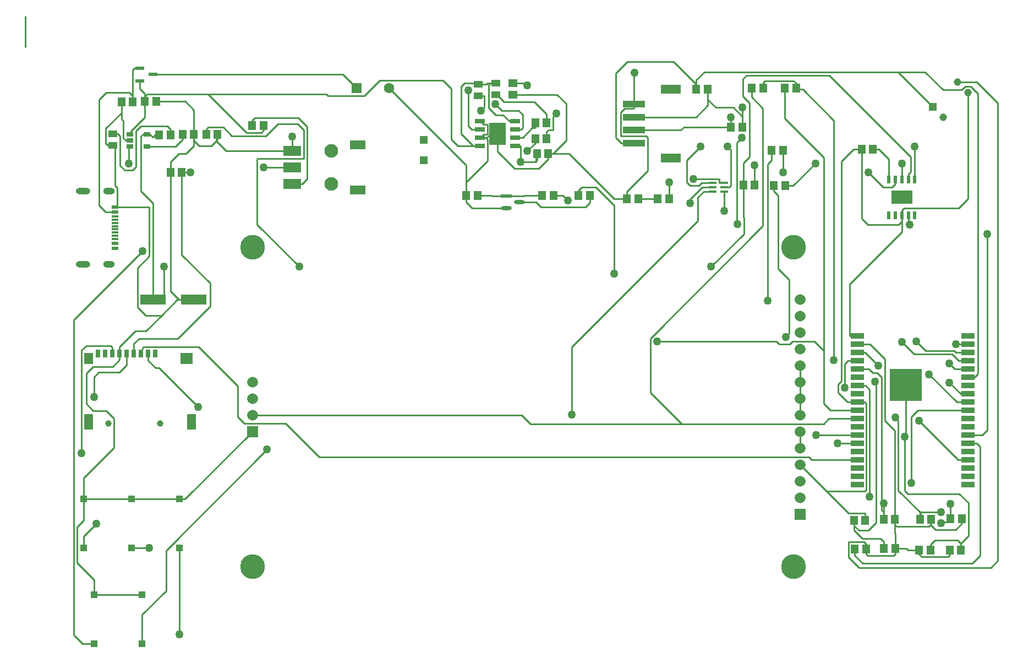
<source format=gtl>
G04*
G04 #@! TF.GenerationSoftware,Altium Limited,Altium Designer,25.6.2 (33)*
G04*
G04 Layer_Physical_Order=1*
G04 Layer_Color=255*
%FSLAX44Y44*%
%MOMM*%
G71*
G04*
G04 #@! TF.SameCoordinates,8FAB441B-F1FE-446A-B751-D3DFCEB5FBC4*
G04*
G04*
G04 #@! TF.FilePolarity,Positive*
G04*
G01*
G75*
%ADD18C,0.2540*%
%ADD33R,4.0000X1.6000*%
%ADD34R,1.0000X0.6600*%
%ADD43R,2.0000X0.9000*%
%ADD44R,5.0000X5.0000*%
G04:AMPARAMS|DCode=47|XSize=1.6571mm|YSize=0.6121mm|CornerRadius=0.3061mm|HoleSize=0mm|Usage=FLASHONLY|Rotation=0.000|XOffset=0mm|YOffset=0mm|HoleType=Round|Shape=RoundedRectangle|*
%AMROUNDEDRECTD47*
21,1,1.6571,0.0000,0,0,0.0*
21,1,1.0450,0.6121,0,0,0.0*
1,1,0.6121,0.5225,0.0000*
1,1,0.6121,-0.5225,0.0000*
1,1,0.6121,-0.5225,0.0000*
1,1,0.6121,0.5225,0.0000*
%
%ADD47ROUNDEDRECTD47*%
%ADD48R,1.6571X0.6121*%
%ADD49C,1.1500*%
%ADD50R,1.1500X1.1500*%
%ADD60R,1.1700X1.1800*%
%ADD61R,2.4000X1.4000*%
%ADD62R,2.8000X1.6000*%
%ADD63R,1.5250X0.7000*%
%ADD64R,2.5130X3.4020*%
%ADD65R,1.4500X1.1000*%
%ADD66R,1.1500X1.4500*%
%ADD67R,1.2000X1.4000*%
%ADD68R,1.4500X1.1500*%
%ADD69R,1.3208X0.5588*%
%ADD70O,1.8034X0.9906*%
%ADD71O,2.2098X0.9906*%
%ADD72R,1.0922X0.6096*%
%ADD73R,1.0922X0.3048*%
%ADD74R,0.7000X1.3000*%
%ADD75R,1.4478X1.6510*%
%ADD76R,1.4478X2.4384*%
%ADD77R,1.8542X1.6510*%
%ADD78R,3.3000X2.1000*%
%ADD79R,0.6000X1.3100*%
%ADD80R,1.1700X0.4000*%
%ADD81R,1.0000X1.1000*%
%ADD82R,3.4000X1.0000*%
%ADD83R,3.1000X1.4000*%
%ADD84C,2.1000*%
%ADD85R,1.6000X1.6000*%
%ADD86C,1.6000*%
%ADD87C,0.6096*%
%ADD88C,1.0000*%
%ADD89R,1.6650X1.6650*%
%ADD90C,1.6650*%
%ADD91C,3.8100*%
%ADD92C,1.2700*%
D18*
X465074Y840740D02*
Y891540D01*
X1437500Y1164336D02*
X1447800D01*
X416900Y1154090D02*
Y1193800D01*
X1013968Y1052068D02*
Y1076960D01*
X1644383Y494157D02*
X1645526Y495300D01*
X1641970Y491744D02*
X1644383Y494157D01*
X1589646Y480822D02*
Y494678D01*
X1354950Y1122058D02*
Y1136510D01*
Y1106170D02*
Y1122058D01*
X1301610Y1148080D02*
Y1164590D01*
Y1139444D02*
Y1148080D01*
X1063498Y1065530D02*
X1087848D01*
X1600200Y960882D02*
Y970720D01*
Y944880D02*
Y960882D01*
X1604264Y629158D02*
X1605026Y629920D01*
X1484199Y546531D02*
X1518158Y512572D01*
X960374Y1089660D02*
X961390D01*
X951230D02*
X960374D01*
X929780Y1021220D02*
Y1047210D01*
Y1000760D02*
Y1021220D01*
X545425Y1084921D02*
X547092Y1086588D01*
X537464Y1076960D02*
X545425Y1084921D01*
X510980Y1076960D02*
Y1085156D01*
X399400Y1128014D02*
Y1144894D01*
Y1118250D02*
Y1128014D01*
X389382Y1016254D02*
Y1077844D01*
X487680Y840740D02*
X510310D01*
X485394D02*
X487680D01*
X393192Y983234D02*
X441960D01*
X389763D02*
X393192D01*
X436880Y792226D02*
X461264Y816610D01*
X393192Y983234D02*
Y1012444D01*
X1526930Y485766D02*
Y492760D01*
X1031748Y1104646D02*
X1036320D01*
X1028954Y649732D02*
X1261364D01*
X1480312Y762000D02*
Y1058926D01*
X1594560Y1190498D02*
X1636268D01*
X1296048D02*
X1594560D01*
X1284110Y1171956D02*
Y1178560D01*
Y1164590D02*
Y1171956D01*
X1569466Y516610D02*
Y721360D01*
X1572146Y513929D02*
Y527190D01*
Y502920D02*
Y513929D01*
X1629283Y512699D02*
X1630680Y514096D01*
X1628026Y511442D02*
X1629283Y512699D01*
X1664208Y499110D02*
X1675270D01*
X410972Y1049528D02*
Y1075860D01*
X1327150Y977138D02*
Y1006960D01*
X966724Y1173480D02*
X975360D01*
X962660D02*
X966724D01*
X941070Y1076960D02*
X951230D01*
X917448D02*
X941070D01*
X532638Y1156716D02*
X714756D01*
X439318D02*
X532638D01*
X435762Y1153160D02*
Y1157224D01*
Y1145144D02*
Y1153160D01*
X414528Y1094860D02*
Y1099820D01*
X1005470Y1076960D02*
X1013968D01*
Y1052068D02*
X1036320D01*
X1039250Y1065530D01*
X418558Y757538D02*
Y772634D01*
X426720Y780796D01*
X486156D01*
X535940Y830580D01*
Y866140D01*
X492370Y909710D02*
X535940Y866140D01*
X492370Y909710D02*
Y1036320D01*
X1545310Y457200D02*
Y464820D01*
X1541869Y468261D02*
X1545310Y464820D01*
X1518158Y468261D02*
X1541869D01*
X1518158Y444500D02*
Y468261D01*
Y444500D02*
X1534160Y428498D01*
X1737360D01*
X1748028Y439166D01*
Y1142614D01*
X1715585Y1175057D02*
X1748028Y1142614D01*
X1686304Y1175057D02*
X1715585D01*
X1692770Y496684D02*
Y504190D01*
X1682996Y486910D02*
X1692770Y496684D01*
X1651629Y486910D02*
X1682996D01*
X1644383Y494157D02*
X1651629Y486910D01*
X1644383Y494157D02*
X1645526Y502920D01*
X1589646D02*
Y639326D01*
X1574546Y654425D02*
X1589646Y639326D01*
X1574546Y654425D02*
Y749046D01*
X1551432Y772160D02*
X1574546Y749046D01*
X1531620Y772160D02*
X1551432D01*
X1519936Y864616D02*
X1600200Y944880D01*
X1519936Y784860D02*
Y864616D01*
Y784860D02*
X1531620D01*
X1373750Y1017270D02*
Y1047614D01*
X1157698Y995680D02*
X1177430D01*
X1087848Y1065530D02*
X1157698Y995680D01*
X662630Y1069340D02*
Y1091128D01*
X561006Y1069340D02*
X662630D01*
X545425Y1084921D02*
X561006Y1069340D01*
X545425Y1084921D02*
X547092Y1094344D01*
X1005470Y1102360D02*
X1014730D01*
X1017270Y1104900D01*
Y1124458D01*
X1010920Y1130808D02*
X1017270Y1124458D01*
X984504Y1130808D02*
X1010920D01*
X974344Y1140968D02*
X984504Y1130808D01*
X1024128Y1069340D02*
X1036320Y1081532D01*
Y1088390D01*
X1369200Y1152144D02*
Y1165860D01*
Y1152144D02*
X1386440Y1134904D01*
Y954132D02*
Y1134904D01*
X1213358Y781050D02*
X1386440Y954132D01*
X1213358Y697738D02*
Y781050D01*
Y697738D02*
X1261364Y649732D01*
X1479804D01*
X1487932Y657860D01*
X1531620D01*
X1684782Y683260D02*
X1701620D01*
X1642110Y725932D02*
X1684782Y683260D01*
X1625346Y670560D02*
X1701620D01*
X1615186Y660400D02*
X1625346Y670560D01*
X1615186Y558546D02*
Y660400D01*
X1690632Y695960D02*
X1701620D01*
X1673606Y712986D02*
X1690632Y695960D01*
X1284110Y1178560D02*
X1296048Y1190498D01*
X1594560D02*
X1648153Y1136906D01*
X1683766Y759460D02*
X1701620D01*
X1681226Y762000D02*
X1683766Y759460D01*
X1636522Y762000D02*
X1681226D01*
X1622044Y776478D02*
X1636522Y762000D01*
X1346708Y957072D02*
X1346962Y956818D01*
X1346708Y957072D02*
Y1082294D01*
X1354074Y1089660D01*
X1337450Y1106170D02*
Y1121103D01*
X1399680Y1054862D02*
Y1070610D01*
X1393698Y1048880D02*
X1399680Y1054862D01*
X1393698Y839470D02*
Y1048880D01*
X1600200Y775970D02*
X1619250Y756920D01*
X1677162D01*
X1687322Y746760D01*
X1701620D01*
X1590200Y1018700D02*
Y1025720D01*
X1584960Y1013460D02*
X1590200Y1018700D01*
X1571498Y1013460D02*
X1584960D01*
X1548892Y1036066D02*
X1571498Y1013460D01*
X1417180Y1036066D02*
Y1070610D01*
X1701620Y632460D02*
X1723644D01*
X1731518Y640334D01*
Y941578D01*
X1078738Y1000760D02*
X1086358Y993140D01*
X1064120Y1000760D02*
X1078738D01*
X1517650Y746760D02*
X1531620D01*
X1512570Y741680D02*
X1517650Y746760D01*
X1512570Y705358D02*
Y741680D01*
X1590548Y659638D02*
X1594866Y655320D01*
Y547116D02*
Y655320D01*
Y547116D02*
X1629283Y512699D01*
X1628026Y502920D02*
X1629283Y512699D01*
X1687068Y594360D02*
X1701620D01*
X1626870Y654558D02*
X1687068Y594360D01*
X457200Y735584D02*
X517144Y675640D01*
X451988Y735584D02*
X457200D01*
X440558Y747014D02*
X451988Y735584D01*
X440558Y747014D02*
Y757538D01*
X1461770Y594360D02*
X1531620D01*
X1457198Y598932D02*
X1461770Y594360D01*
X703580Y598932D02*
X1457198D01*
X652272Y650240D02*
X703580Y598932D01*
X588772Y650240D02*
X652272D01*
X578612Y660400D02*
X588772Y650240D01*
X578612Y660400D02*
Y707644D01*
X518160Y768096D02*
X578612Y707644D01*
X433114Y768096D02*
X518160D01*
X429558Y757538D02*
X433114Y768096D01*
X385558Y757538D02*
Y767080D01*
X382764Y769874D02*
X385558Y767080D01*
X345440Y769874D02*
X382764D01*
X338074Y762508D02*
X345440Y769874D01*
X338074Y604266D02*
Y762508D01*
X1501083Y619760D02*
X1531620D01*
X410972Y1075860D02*
X412772D01*
X618490Y1043940D02*
X662630D01*
X431546Y311750D02*
Y356616D01*
X468122Y393192D01*
Y454914D01*
X623316Y610108D01*
X1092708Y663702D02*
Y768350D01*
X1286510Y962152D01*
Y998070D01*
X1295400Y1006960D01*
X1309560D01*
X339760Y311750D02*
X357886D01*
X326390Y325120D02*
X339760Y311750D01*
X326390Y325120D02*
Y809752D01*
X432308Y915670D01*
X1279144Y1025906D02*
X1319276D01*
Y1019960D02*
Y1025906D01*
Y1019960D02*
X1326960D01*
X1610200Y958502D02*
Y970720D01*
Y958502D02*
X1612646Y956056D01*
X1274572Y989330D02*
Y994563D01*
X1293469Y1013460D01*
X1309560D01*
X922620Y1095409D02*
X941070Y1076960D01*
X922620Y1095409D02*
Y1168633D01*
X927100Y1173112D01*
X942038D01*
X948690Y1172210D01*
X1644006Y455930D02*
Y463668D01*
X1651000Y470662D01*
X1686288D01*
X1690996Y465954D01*
Y455930D02*
Y465954D01*
X600990Y662940D02*
X1015746D01*
X1028954Y649732D01*
X448310Y840740D02*
X465074D01*
X1306830Y891540D02*
X1357122Y941832D01*
Y966642D01*
X1356750Y967014D02*
X1357122Y966642D01*
X1356750Y967014D02*
Y1017270D01*
X1326960Y1006960D02*
X1327150D01*
X1701620Y721360D02*
X1712468D01*
X1717548Y726440D01*
Y1157439D01*
X1706173Y1168814D02*
X1717548Y1157439D01*
X1698147Y1168814D02*
X1706173D01*
X1692398Y1163066D02*
X1698147Y1168814D01*
X1663700Y1163066D02*
X1692398D01*
X1636268Y1190498D02*
X1663700Y1163066D01*
X1595120Y955802D02*
X1600200Y960882D01*
X1547622Y955802D02*
X1595120D01*
X1538360Y965064D02*
X1547622Y955802D01*
X1538360Y965064D02*
Y1071880D01*
X1039250Y1054998D02*
Y1065530D01*
X1036320Y1052068D02*
X1039250Y1054998D01*
X978350Y1068128D02*
Y1096010D01*
Y1068128D02*
X1004570Y1041908D01*
X1041518D01*
X1056250Y1056640D01*
Y1065530D01*
X996442Y1115060D02*
X1005470D01*
X986874Y1124628D02*
X996442Y1115060D01*
X975360Y1124628D02*
X986874D01*
X964184Y1135804D02*
X975360Y1124628D01*
X964184Y1135804D02*
Y1170940D01*
X966724Y1173480D01*
X1053820Y1088390D02*
Y1098639D01*
X1056640Y1101459D01*
X1063381D01*
Y1122055D01*
X1068324Y1126998D01*
X952754Y1131316D02*
X957834Y1136396D01*
Y1154210D01*
X948690D02*
X957834D01*
X975360Y1155480D02*
X977470D01*
X987918Y1145032D01*
X1034516D01*
X1053820Y1125728D01*
Y1112520D02*
Y1125728D01*
X938022Y1102360D02*
X951230D01*
X932942Y1107440D02*
X938022Y1102360D01*
X932942Y1107440D02*
Y1162812D01*
X1020064Y1173480D02*
X1023620Y1169924D01*
X1002030Y1173480D02*
X1020064D01*
X492370Y1036320D02*
X505714D01*
X1292502Y1019960D02*
X1309560D01*
X1288288Y1015746D02*
X1292502Y1019960D01*
X1274318Y1015746D02*
X1288288D01*
X1268984Y1021080D02*
X1274318Y1015746D01*
X1268984Y1021080D02*
Y1054862D01*
X1290574Y1076452D01*
X1620200Y1025720D02*
Y1076452D01*
X1326960Y1013460D02*
X1334262D01*
X1336802Y1016000D01*
Y1071626D01*
X1331976Y1076452D02*
X1336802Y1071626D01*
X1002030Y1155980D02*
X1069822D01*
X1083564Y1142238D01*
Y1085596D02*
Y1142238D01*
X1063498Y1065530D02*
X1083564Y1085596D01*
X1056250Y1065530D02*
X1063498D01*
X1005470Y1089660D02*
X1016762D01*
X1031748Y1104646D01*
X1036320D02*
Y1112520D01*
X600850Y1108710D02*
Y1116101D01*
X604520Y1119771D01*
X671945D01*
X685521Y1106195D01*
Y1026135D02*
Y1106195D01*
X677926Y1018540D02*
X685521Y1026135D01*
X662630Y1018540D02*
X677926D01*
X532638Y1156716D02*
X591820Y1097534D01*
X614680D01*
X618350Y1101204D01*
Y1108710D01*
X530092Y1094344D02*
Y1102360D01*
X533140Y1105408D01*
X556348D01*
X569302Y1092454D01*
X621284D01*
X640080Y1111250D01*
X670560D01*
X680441Y1101369D01*
Y1057530D02*
Y1101369D01*
X609220Y1057530D02*
X680441D01*
X608330Y1056640D02*
X609220Y1057530D01*
X608330Y956310D02*
Y1056640D01*
Y956310D02*
X673100Y891540D01*
X475118Y1094094D02*
Y1102360D01*
X469784Y1107694D02*
X475118Y1102360D01*
X429768Y1107694D02*
X469784D01*
X421894Y1099820D02*
X429768Y1107694D01*
X421894Y1044702D02*
Y1099820D01*
X416560Y1039368D02*
X421894Y1044702D01*
X404622Y1039368D02*
X416560D01*
X397510Y1046480D02*
X404622Y1039368D01*
X397510Y1046480D02*
Y1092200D01*
X393866Y1095844D02*
X397510Y1092200D01*
X386426Y1095844D02*
X393866D01*
X399400Y1118250D02*
X402590Y1115060D01*
Y1089170D02*
Y1115060D01*
Y1089170D02*
X406400Y1085360D01*
X412772D01*
Y1094860D02*
X414528D01*
Y1099820D02*
X435762Y1121054D01*
Y1145144D01*
X461264Y816610D02*
X485394Y840740D01*
X436880Y816610D02*
X461264D01*
X424180Y829310D02*
X436880Y816610D01*
X424180Y829310D02*
Y889000D01*
X442468Y907288D01*
Y982726D01*
X441960Y983234D02*
X442468Y982726D01*
X435762Y1153160D02*
X439318Y1156716D01*
X714756D02*
X717550Y1153922D01*
X773176D01*
X797306Y1178052D01*
X894080D01*
X907288Y1164844D01*
Y1087120D02*
Y1164844D01*
Y1087120D02*
X917448Y1076960D01*
X929780Y1021220D02*
X962914Y1054354D01*
Y1087120D01*
X960374Y1089660D02*
X962914Y1087120D01*
X1531620Y759460D02*
X1543812D01*
X1564386Y738886D01*
X1559306Y714248D02*
X1560830Y712724D01*
Y497840D02*
Y712724D01*
X1548638Y485648D02*
X1560830Y497840D01*
X1534042Y485648D02*
X1548638D01*
X1526930Y492760D02*
X1534042Y485648D01*
X1526930Y492760D02*
Y501650D01*
X1531620Y734060D02*
X1549654D01*
X1555242Y728472D01*
X1562354D01*
X1569466Y721360D01*
Y516610D02*
X1572146Y513929D01*
X1102500Y1000760D02*
Y1008380D01*
X1107326Y1013206D01*
X1129792D01*
X1157478Y985520D01*
Y880618D02*
Y985520D01*
X1437500Y1164336D02*
Y1165860D01*
X1447800Y1164336D02*
X1495806Y1116330D01*
Y748030D02*
Y1116330D01*
X1223518Y776732D02*
X1407238D01*
X1411896Y772074D01*
X1427558D01*
X1432216Y776732D01*
X1465580D01*
X1480312Y762000D01*
Y680720D02*
Y762000D01*
Y680720D02*
X1490472Y670560D01*
X1531620D01*
X1681734Y734060D02*
X1701620D01*
X1673352Y742442D02*
X1681734Y734060D01*
X1421638Y783082D02*
X1426718Y788162D01*
Y870966D01*
X1409700Y887984D02*
X1426718Y870966D01*
X1409700Y887984D02*
Y1001154D01*
X1403490Y1007364D02*
X1409700Y1001154D01*
X1403490Y1007364D02*
Y1016000D01*
X1683766Y772160D02*
X1701620D01*
X1249312Y1206754D02*
X1284110Y1171956D01*
X1178306Y1206754D02*
X1249312D01*
X1160272Y1188720D02*
X1178306Y1206754D01*
X1160272Y1089668D02*
Y1188720D01*
Y1089668D02*
X1168690Y1081250D01*
X1188470D01*
Y1134364D02*
Y1141250D01*
X1173480Y1134364D02*
X1188470D01*
X1167660Y1128544D02*
X1173480Y1134364D01*
X1167660Y1092440D02*
Y1128544D01*
Y1092440D02*
X1206514D01*
X1209294Y1089660D01*
Y1038720D02*
Y1089660D01*
X1177430Y1006856D02*
X1209294Y1038720D01*
X1177430Y995680D02*
Y1006856D01*
X1600200Y970720D02*
Y977900D01*
X1603502Y981202D01*
X1687629D01*
X1702107Y995680D01*
Y1159255D01*
X448310Y840740D02*
Y988822D01*
X429768Y1007364D02*
X448310Y988822D01*
X429768Y1007364D02*
Y1092200D01*
X432428Y1094860D01*
X438772D01*
Y1075860D02*
X482720D01*
X493980Y1087120D01*
Y1094344D01*
X452762Y1145144D02*
X497840D01*
X510980Y1132004D01*
Y1094344D02*
Y1132004D01*
X396558Y757538D02*
Y767842D01*
X420942Y792226D01*
X436880D01*
X811130Y1165860D02*
X929780Y1047210D01*
X1356750Y1017270D02*
Y1050934D01*
X1366120Y1060304D01*
Y1143146D01*
X1356106Y1153160D02*
X1366120Y1143146D01*
X1356106Y1153160D02*
Y1180084D01*
X1361440Y1185418D01*
X1488440D01*
X1613724Y1060134D01*
Y1037017D02*
Y1060134D01*
X1610200Y1033493D02*
X1613724Y1037017D01*
X1610200Y1025720D02*
Y1033493D01*
X488696Y534070D02*
X497520D01*
X600990Y637540D01*
X1188470Y1141250D02*
Y1189486D01*
X1188974Y1189990D01*
X1526930Y485766D02*
X1539355Y473341D01*
X1567435D01*
X1572400Y468376D01*
Y458470D02*
Y468376D01*
X1241920Y995680D02*
Y1020826D01*
X375030Y975234D02*
X389763D01*
X364744Y985520D02*
X375030Y975234D01*
X364744Y985520D02*
Y1148334D01*
X375920Y1159510D01*
X411480D01*
X416900Y1154090D01*
Y1144894D02*
Y1154090D01*
X1690996Y465954D02*
X1702562Y477520D01*
Y528320D01*
X1688846Y542036D02*
X1702562Y528320D01*
X1609598Y542036D02*
X1688846D01*
X1604264Y547370D02*
X1609598Y542036D01*
X1604264Y547370D02*
Y629158D01*
X1012036Y990600D02*
X1037082D01*
X1044740Y982942D01*
X1113358D01*
X1120000Y989584D01*
Y1000760D01*
X1606620Y631514D02*
Y709860D01*
X1605026Y629920D02*
X1606620Y631514D01*
X407558Y740044D02*
Y757538D01*
X396240Y728726D02*
X407558Y740044D01*
X364490Y728726D02*
X396240D01*
X357124Y721360D02*
X364490Y728726D01*
X357124Y690880D02*
Y721360D01*
X1468374Y632460D02*
X1531620D01*
X1675270Y504190D02*
Y526542D01*
X1550670Y537464D02*
Y702310D01*
X1544320Y708660D02*
X1550670Y702310D01*
X1531620Y708660D02*
X1544320D01*
X341376Y459070D02*
Y477012D01*
X360680Y496316D01*
X1572146Y527190D02*
X1572260Y527304D01*
X1527810Y447040D02*
Y457200D01*
Y447040D02*
X1540002Y434848D01*
X1708404D01*
X1720596Y447040D01*
Y614680D01*
X1715516Y619760D02*
X1720596Y614680D01*
X1701620Y619760D02*
X1715516D01*
X1443990Y586740D02*
X1484199Y546531D01*
X1543481D01*
X1545590Y548640D01*
Y680720D01*
X1543050Y683260D02*
X1545590Y680720D01*
X1531620Y683260D02*
X1543050D01*
X1516888D02*
X1531620D01*
X1502410Y697738D02*
X1516888Y683260D01*
X1502410Y697738D02*
Y710631D01*
X1507236Y715457D01*
Y1053338D01*
X1525778Y1071880D01*
X1538360D01*
X1543930Y501650D02*
Y512572D01*
X1518158D02*
X1543930D01*
X1420990Y1016000D02*
X1432814D01*
X1467104Y1050290D01*
X1600200Y1025720D02*
Y1050290D01*
X378460Y1077844D02*
X386426D01*
X375158Y1081146D02*
X378460Y1077844D01*
X375158Y1081146D02*
Y1103772D01*
X399400Y1128014D01*
X341376Y534070D02*
Y566420D01*
X388112Y613156D01*
Y657860D01*
X375920Y670052D02*
X388112Y657860D01*
X355600Y670052D02*
X375920D01*
X345300Y680352D02*
X355600Y670052D01*
X345300Y680352D02*
Y727316D01*
X355600Y737616D01*
X386080D01*
X396558Y748094D01*
Y757538D01*
X448310Y1186942D02*
X740048D01*
X761130Y1165860D01*
X1628026Y502920D02*
Y511442D01*
X1630680Y514096D02*
X1660398D01*
X415036Y459070D02*
X441868D01*
X488696Y325882D02*
Y459070D01*
X1660398Y497078D02*
X1662176D01*
X1664208Y499110D01*
X1675270D02*
Y504190D01*
X1341120Y1135888D02*
X1354950Y1122058D01*
X1313802Y1135888D02*
X1341120D01*
X1301610Y1148080D02*
X1313802Y1135888D01*
X475370Y1036320D02*
Y1052712D01*
X487680Y1065022D01*
X499042D01*
X510980Y1076960D01*
X1580200Y1025720D02*
Y1056640D01*
X1564960Y1071880D02*
X1580200Y1056640D01*
X1555360Y1071880D02*
X1564960D01*
X1188470Y1121250D02*
X1283416D01*
X1301610Y1139444D01*
X939280Y981100D02*
X992024D01*
X929780Y990600D02*
X939280Y981100D01*
X929780Y990600D02*
Y1000760D01*
X1420000Y1119238D02*
Y1165860D01*
Y1119238D02*
X1480312Y1058926D01*
X419694Y1196594D02*
X427990D01*
X416900Y1193800D02*
X419694Y1196594D01*
X475370Y853050D02*
X487680Y840740D01*
X475370Y853050D02*
Y1036320D01*
X389382Y1016254D02*
X393192Y1012444D01*
X386426Y1077844D02*
X389382D01*
X1545310Y449580D02*
Y457200D01*
Y449580D02*
X1547850Y447040D01*
X1587360D01*
X1589900Y449580D01*
Y458470D01*
X451637Y1094094D02*
X457618D01*
X447690Y1090147D02*
X451637Y1094094D01*
X442977Y1094860D02*
X447690Y1090147D01*
X438772Y1094860D02*
X442977D01*
X1645526Y495300D02*
Y502920D01*
X1592580Y491744D02*
X1641970D01*
X1589646Y494678D02*
X1592580Y491744D01*
X1589646Y494678D02*
Y502920D01*
X1437500Y1165860D02*
Y1173480D01*
X1433944Y1177036D02*
X1437500Y1173480D01*
X1389380Y1177036D02*
X1433944D01*
X1386700Y1174356D02*
X1389380Y1177036D01*
X1386700Y1165860D02*
Y1174356D01*
X1673996Y447684D02*
Y455930D01*
X1671320Y445008D02*
X1673996Y447684D01*
X1630680Y445008D02*
X1671320D01*
X1627006Y448682D02*
X1630680Y445008D01*
X1627006Y448682D02*
Y455930D01*
X510980Y1085156D02*
Y1094344D01*
Y1085156D02*
X519176Y1076960D01*
X537464D01*
X547092Y1086588D02*
Y1094344D01*
X951230Y1089660D02*
X956564Y1094994D01*
X962914D01*
Y1109726D01*
X956564D02*
X962914D01*
X951230Y1115060D02*
X956564Y1109726D01*
X1443990Y612140D02*
Y637540D01*
X1589646Y480822D02*
X1589900Y480568D01*
Y458470D02*
Y480568D01*
X1609598Y455930D02*
X1627006D01*
X1607058Y458470D02*
X1609598Y455930D01*
X1589900Y458470D02*
X1607058D01*
X967740Y1096010D02*
X978350D01*
X961390Y1089660D02*
X967740Y1096010D01*
X357886Y386750D02*
X431546D01*
X357886D02*
Y409702D01*
X331470Y436118D02*
X357886Y409702D01*
X331470Y436118D02*
Y491490D01*
X341376Y501396D01*
Y534070D01*
X415036D02*
X488696D01*
X341376D02*
X415036D01*
X1443990Y662940D02*
Y688340D01*
Y713740D01*
Y739140D01*
X1265268Y1106170D02*
X1337450D01*
X1260348Y1101250D02*
X1265268Y1106170D01*
X1188470Y1101250D02*
X1260348D01*
X1019454Y1000760D02*
X1046620D01*
X1018794Y1000100D02*
X1019454Y1000760D01*
X992024Y1000100D02*
X1018794D01*
X969924D02*
X992024D01*
X969264Y1000760D02*
X969924Y1000100D01*
X947280Y1000760D02*
X969264D01*
X1194930Y995680D02*
X1224420D01*
X961390Y1172210D02*
X962660Y1173480D01*
X948690Y1172210D02*
X961390D01*
X427990Y1164996D02*
Y1177290D01*
Y1164996D02*
X435762Y1157224D01*
X251460Y1229360D02*
Y1276350D01*
D33*
X510310Y840740D02*
D03*
X448310D02*
D03*
D34*
X438772Y1094860D02*
D03*
Y1075860D02*
D03*
X412772D02*
D03*
Y1085360D02*
D03*
Y1094860D02*
D03*
D43*
X1531620Y784860D02*
D03*
Y772160D02*
D03*
Y759460D02*
D03*
Y746760D02*
D03*
Y734060D02*
D03*
Y721360D02*
D03*
Y708660D02*
D03*
Y695960D02*
D03*
Y683260D02*
D03*
Y670560D02*
D03*
Y657860D02*
D03*
Y645160D02*
D03*
Y632460D02*
D03*
Y619760D02*
D03*
Y607060D02*
D03*
Y594360D02*
D03*
Y581660D02*
D03*
Y568960D02*
D03*
Y556260D02*
D03*
X1701620D02*
D03*
Y568960D02*
D03*
Y581660D02*
D03*
Y594360D02*
D03*
Y607060D02*
D03*
Y619760D02*
D03*
Y632460D02*
D03*
Y645160D02*
D03*
Y657860D02*
D03*
Y670560D02*
D03*
Y683260D02*
D03*
Y695960D02*
D03*
Y708660D02*
D03*
Y721360D02*
D03*
Y734060D02*
D03*
Y746760D02*
D03*
Y759460D02*
D03*
Y772160D02*
D03*
Y784860D02*
D03*
D44*
X1606620Y709860D02*
D03*
D47*
X1012036Y990600D02*
D03*
X992024Y981100D02*
D03*
D48*
Y1000100D02*
D03*
D49*
X1702107Y1159255D02*
D03*
X1686304Y1175057D02*
D03*
X1663956Y1121103D02*
D03*
D50*
X1648153Y1136906D02*
D03*
D60*
X864870Y1054710D02*
D03*
Y1086510D02*
D03*
D61*
X762630Y1078940D02*
D03*
Y1008940D02*
D03*
D62*
X662630Y1069340D02*
D03*
Y1018540D02*
D03*
Y1043940D02*
D03*
D63*
X951230Y1115060D02*
D03*
Y1102360D02*
D03*
Y1089660D02*
D03*
Y1076960D02*
D03*
X1005470D02*
D03*
Y1089660D02*
D03*
Y1102360D02*
D03*
Y1115060D02*
D03*
D64*
X978350Y1096010D02*
D03*
D65*
X975360Y1155480D02*
D03*
Y1173480D02*
D03*
X948690Y1154210D02*
D03*
Y1172210D02*
D03*
X386426Y1077844D02*
D03*
Y1095844D02*
D03*
D66*
X1053820Y1112520D02*
D03*
X1036320D02*
D03*
X1053820Y1088390D02*
D03*
X1036320D02*
D03*
X416900Y1144894D02*
D03*
X399400D02*
D03*
X475118Y1094094D02*
D03*
X457618D02*
D03*
X1417180Y1070610D02*
D03*
X1399680D02*
D03*
X1420990Y1016000D02*
D03*
X1403490D02*
D03*
X1437500Y1165860D02*
D03*
X1420000D02*
D03*
X1386700D02*
D03*
X1369200D02*
D03*
X618350Y1108710D02*
D03*
X600850D02*
D03*
X1692770Y504190D02*
D03*
X1675270D02*
D03*
X1645526Y502920D02*
D03*
X1628026D02*
D03*
X1589646D02*
D03*
X1572146D02*
D03*
X1589900Y458470D02*
D03*
X1572400D02*
D03*
X1545310Y457200D02*
D03*
X1527810D02*
D03*
X1354950Y1106170D02*
D03*
X1337450D02*
D03*
X1301610Y1164590D02*
D03*
X1284110D02*
D03*
X1241920Y995680D02*
D03*
X1224420D02*
D03*
X1194930D02*
D03*
X1177430D02*
D03*
X1120000Y1000760D02*
D03*
X1102500D02*
D03*
X1064120D02*
D03*
X1046620D02*
D03*
X947280D02*
D03*
X929780D02*
D03*
D67*
X1039250Y1065530D02*
D03*
X1056250D02*
D03*
X435762Y1145144D02*
D03*
X452762D02*
D03*
X493980Y1094344D02*
D03*
X510980D02*
D03*
X530092D02*
D03*
X547092D02*
D03*
X475370Y1036320D02*
D03*
X492370D02*
D03*
X1538360Y1071880D02*
D03*
X1555360D02*
D03*
X1356750Y1017270D02*
D03*
X1373750D02*
D03*
X1673996Y455930D02*
D03*
X1690996D02*
D03*
X1627006D02*
D03*
X1644006D02*
D03*
X1526930Y501650D02*
D03*
X1543930D02*
D03*
D68*
X1002030Y1173480D02*
D03*
Y1155980D02*
D03*
D69*
X448310Y1186942D02*
D03*
X427990Y1177290D02*
D03*
Y1196594D02*
D03*
D70*
X380302Y895030D02*
D03*
Y1007430D02*
D03*
D71*
X340302Y895030D02*
D03*
Y1007430D02*
D03*
D72*
X389763Y919224D02*
D03*
Y927225D02*
D03*
Y975234D02*
D03*
Y983234D02*
D03*
D73*
Y933725D02*
D03*
Y938727D02*
D03*
Y943728D02*
D03*
Y948729D02*
D03*
Y953730D02*
D03*
Y958732D02*
D03*
Y963733D02*
D03*
Y968734D02*
D03*
D74*
X451558Y757538D02*
D03*
X440558D02*
D03*
X429558D02*
D03*
X418558D02*
D03*
X407558D02*
D03*
X396558D02*
D03*
X385558D02*
D03*
X374558D02*
D03*
X363558D02*
D03*
D75*
X349374Y749800D02*
D03*
D76*
Y652800D02*
D03*
X507622D02*
D03*
D77*
X499872Y749800D02*
D03*
D78*
X1600200Y998220D02*
D03*
D79*
X1580200Y1025720D02*
D03*
X1590200D02*
D03*
X1600200D02*
D03*
X1610200D02*
D03*
X1620200D02*
D03*
Y970720D02*
D03*
X1610200D02*
D03*
X1600200D02*
D03*
X1590200D02*
D03*
X1580200D02*
D03*
D80*
X1309560Y1019960D02*
D03*
Y1013460D02*
D03*
Y1006960D02*
D03*
X1326960D02*
D03*
Y1013460D02*
D03*
Y1019960D02*
D03*
D81*
X488696Y534070D02*
D03*
Y459070D02*
D03*
X415036Y534070D02*
D03*
Y459070D02*
D03*
X341376Y534070D02*
D03*
Y459070D02*
D03*
X431546Y386750D02*
D03*
Y311750D02*
D03*
X357886Y386750D02*
D03*
Y311750D02*
D03*
D82*
X1188470Y1141250D02*
D03*
Y1121250D02*
D03*
Y1081250D02*
D03*
Y1101250D02*
D03*
D83*
X1244970Y1058250D02*
D03*
Y1164250D02*
D03*
D84*
X722630Y1069340D02*
D03*
Y1018540D02*
D03*
D85*
X761130Y1165860D02*
D03*
D86*
X811130D02*
D03*
D87*
X334264Y1007364D02*
D03*
X346202D02*
D03*
X384302D02*
D03*
X334264Y895096D02*
D03*
X346202D02*
D03*
X376428D02*
D03*
X384302D02*
D03*
X376428Y1007364D02*
D03*
D88*
X379222Y650494D02*
D03*
X458978D02*
D03*
D89*
X600990Y637540D02*
D03*
X1443990Y510540D02*
D03*
D90*
X600990Y662940D02*
D03*
Y688340D02*
D03*
Y713740D02*
D03*
X1443990Y535940D02*
D03*
Y561340D02*
D03*
Y586740D02*
D03*
Y612140D02*
D03*
Y637540D02*
D03*
Y662940D02*
D03*
Y688340D02*
D03*
Y713740D02*
D03*
Y739140D02*
D03*
Y764540D02*
D03*
Y789940D02*
D03*
Y815340D02*
D03*
Y840740D02*
D03*
D91*
X600990Y430440D02*
D03*
Y920840D02*
D03*
X1433990Y430440D02*
D03*
Y920840D02*
D03*
D92*
X1354950Y1136510D02*
D03*
X1373750Y1047614D02*
D03*
X662630Y1091128D02*
D03*
X974344Y1140968D02*
D03*
X1024128Y1069340D02*
D03*
X1642110Y725932D02*
D03*
X1615186Y558546D02*
D03*
X1673606Y712986D02*
D03*
X1622044Y776478D02*
D03*
X1346962Y956818D02*
D03*
X1354074Y1089660D02*
D03*
X1337450Y1121103D02*
D03*
X1393698Y839470D02*
D03*
X1600200Y775970D02*
D03*
X1548892Y1036066D02*
D03*
X1417180D02*
D03*
X1731518Y941578D02*
D03*
X1086358Y993140D02*
D03*
X1512570Y705358D02*
D03*
X1590548Y659638D02*
D03*
X1626870Y654558D02*
D03*
X517144Y675640D02*
D03*
X338074Y604266D02*
D03*
X1501083Y619760D02*
D03*
X410972Y1049528D02*
D03*
X618490Y1043940D02*
D03*
X623316Y610108D02*
D03*
X1092708Y663702D02*
D03*
X432308Y915670D02*
D03*
X1279144Y1025906D02*
D03*
X1612646Y956056D02*
D03*
X1274572Y989330D02*
D03*
X1306830Y891540D02*
D03*
X1327150Y977138D02*
D03*
X1013968Y1052068D02*
D03*
X1068324Y1126998D02*
D03*
X952754Y1131316D02*
D03*
X932942Y1162812D02*
D03*
X1023620Y1169924D02*
D03*
X505714Y1036320D02*
D03*
X1290574Y1076452D02*
D03*
X1620200D02*
D03*
X1331976D02*
D03*
X673100Y891540D02*
D03*
X465074D02*
D03*
X1564386Y738886D02*
D03*
X1559306Y714248D02*
D03*
X1157478Y880618D02*
D03*
X1495806Y748030D02*
D03*
X1223518Y776732D02*
D03*
X1673352Y742442D02*
D03*
X1421638Y783082D02*
D03*
X1683766Y772160D02*
D03*
X1188974Y1189990D02*
D03*
X1241920Y1020826D02*
D03*
X1605026Y629920D02*
D03*
X357124Y690880D02*
D03*
X1468374Y632460D02*
D03*
X1675270Y526542D02*
D03*
X1550670Y537464D02*
D03*
X360680Y496316D02*
D03*
X1572260Y527304D02*
D03*
X1467104Y1050290D02*
D03*
X1600200D02*
D03*
X1660398Y514096D02*
D03*
X441868Y459070D02*
D03*
X488696Y325882D02*
D03*
X1660398Y497078D02*
D03*
M02*

</source>
